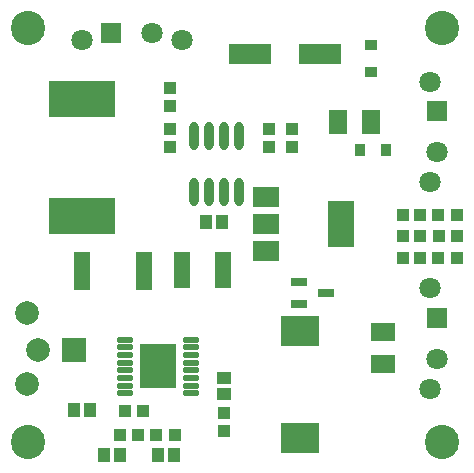
<source format=gts>
G04*
G04 #@! TF.GenerationSoftware,Altium Limited,Altium Designer,19.1.8 (144)*
G04*
G04 Layer_Color=8388736*
%FSLAX25Y25*%
%MOIN*%
G70*
G01*
G75*
%ADD34R,0.22060X0.12217*%
%ADD35R,0.04147X0.04147*%
%ADD36R,0.12375X0.14895*%
%ADD37O,0.05721X0.02178*%
%ADD38O,0.03162X0.09461*%
%ADD39R,0.04143X0.04537*%
%ADD40R,0.05721X0.12217*%
%ADD41R,0.05721X0.12611*%
%ADD42R,0.04147X0.04147*%
%ADD43R,0.04537X0.04143*%
%ADD44R,0.13005X0.10446*%
%ADD45R,0.05328X0.03162*%
%ADD46R,0.07887X0.06312*%
%ADD47R,0.08674X0.15761*%
%ADD48R,0.08674X0.06706*%
%ADD49R,0.03280X0.04068*%
%ADD50R,0.06312X0.07887*%
%ADD51R,0.04068X0.03280*%
%ADD52R,0.14383X0.06902*%
%ADD53R,0.03950X0.03950*%
%ADD54C,0.07099*%
%ADD55R,0.07099X0.07099*%
%ADD56R,0.07099X0.07099*%
%ADD57C,0.07887*%
%ADD58R,0.07887X0.07887*%
%ADD59C,0.11430*%
%ADD60C,0.03162*%
D34*
X27559Y-72441D02*
D03*
Y-33465D02*
D03*
D35*
X57087Y-29528D02*
D03*
Y-35630D02*
D03*
Y-49409D02*
D03*
Y-43307D02*
D03*
X75000Y-144000D02*
D03*
Y-137898D02*
D03*
X89957Y-43276D02*
D03*
Y-49378D02*
D03*
X97831Y-43276D02*
D03*
Y-49378D02*
D03*
D36*
X53000Y-122500D02*
D03*
D37*
X64122Y-131457D02*
D03*
Y-128898D02*
D03*
Y-126339D02*
D03*
Y-123779D02*
D03*
Y-121221D02*
D03*
Y-118661D02*
D03*
Y-116102D02*
D03*
Y-113543D02*
D03*
X41878Y-131457D02*
D03*
Y-128898D02*
D03*
Y-126339D02*
D03*
Y-123779D02*
D03*
Y-121221D02*
D03*
Y-118661D02*
D03*
Y-116102D02*
D03*
Y-113543D02*
D03*
D38*
X65000Y-64449D02*
D03*
X70000D02*
D03*
X75000D02*
D03*
X80000D02*
D03*
X65000Y-45551D02*
D03*
X70000D02*
D03*
X75000D02*
D03*
X80000D02*
D03*
D39*
X69185Y-74500D02*
D03*
X74500D02*
D03*
X25185Y-137000D02*
D03*
X30500D02*
D03*
X58315Y-152000D02*
D03*
X53000D02*
D03*
X35185D02*
D03*
X40500D02*
D03*
D40*
X61000Y-90500D02*
D03*
X74583D02*
D03*
D41*
X27559Y-90551D02*
D03*
X48228D02*
D03*
D42*
X48102Y-137500D02*
D03*
X42000D02*
D03*
X52500Y-145500D02*
D03*
X58602D02*
D03*
X152602Y-72000D02*
D03*
X146500D02*
D03*
X152697Y-79001D02*
D03*
X146595D02*
D03*
X152594Y-86501D02*
D03*
X146492D02*
D03*
X46500Y-145500D02*
D03*
X40398D02*
D03*
D43*
X75000Y-131658D02*
D03*
Y-126342D02*
D03*
D44*
X100400Y-110785D02*
D03*
Y-146415D02*
D03*
D45*
X100071Y-94260D02*
D03*
Y-101740D02*
D03*
X108929Y-98000D02*
D03*
D46*
X128000Y-111000D02*
D03*
Y-121827D02*
D03*
D47*
X113902Y-75000D02*
D03*
D48*
X89098Y-84055D02*
D03*
Y-75000D02*
D03*
Y-65945D02*
D03*
D49*
X120220Y-50500D02*
D03*
X129000D02*
D03*
D50*
X124000Y-41000D02*
D03*
X113173D02*
D03*
D51*
X124000Y-24280D02*
D03*
Y-15500D02*
D03*
D52*
X83772Y-18500D02*
D03*
X107000D02*
D03*
D53*
X140500Y-79000D02*
D03*
X134595D02*
D03*
X140500Y-72000D02*
D03*
X134595D02*
D03*
X140500Y-86500D02*
D03*
X134595D02*
D03*
D54*
X143701Y-61024D02*
D03*
Y-27559D02*
D03*
X146181Y-51181D02*
D03*
X61024Y-13780D02*
D03*
X27559D02*
D03*
X51181Y-11299D02*
D03*
X143701Y-129921D02*
D03*
Y-96457D02*
D03*
X146181Y-120079D02*
D03*
D55*
Y-37402D02*
D03*
Y-106299D02*
D03*
D56*
X37402Y-11299D02*
D03*
D57*
X9488Y-104795D02*
D03*
Y-128417D02*
D03*
X13189Y-117000D02*
D03*
D58*
X25000D02*
D03*
D59*
X9843Y-9843D02*
D03*
X147638D02*
D03*
Y-147638D02*
D03*
X9843D02*
D03*
D60*
X57331Y-126831D02*
D03*
X53000D02*
D03*
X48669D02*
D03*
X57331Y-122500D02*
D03*
X53000D02*
D03*
X48669D02*
D03*
X57331Y-118169D02*
D03*
X53000D02*
D03*
X48669D02*
D03*
M02*

</source>
